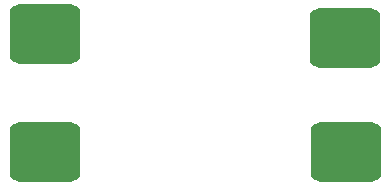
<source format=gbr>
%TF.GenerationSoftware,KiCad,Pcbnew,9.0.7*%
%TF.CreationDate,2026-02-13T16:37:28+01:00*%
%TF.ProjectId,Alpha2_GO_PWM,416c7068-6132-45f4-974f-5f50574d2e6b,rev?*%
%TF.SameCoordinates,Original*%
%TF.FileFunction,Paste,Top*%
%TF.FilePolarity,Positive*%
%FSLAX46Y46*%
G04 Gerber Fmt 4.6, Leading zero omitted, Abs format (unit mm)*
G04 Created by KiCad (PCBNEW 9.0.7) date 2026-02-13 16:37:28*
%MOMM*%
%LPD*%
G01*
G04 APERTURE LIST*
G04 Aperture macros list*
%AMRoundRect*
0 Rectangle with rounded corners*
0 $1 Rounding radius*
0 $2 $3 $4 $5 $6 $7 $8 $9 X,Y pos of 4 corners*
0 Add a 4 corners polygon primitive as box body*
4,1,4,$2,$3,$4,$5,$6,$7,$8,$9,$2,$3,0*
0 Add four circle primitives for the rounded corners*
1,1,$1+$1,$2,$3*
1,1,$1+$1,$4,$5*
1,1,$1+$1,$6,$7*
1,1,$1+$1,$8,$9*
0 Add four rect primitives between the rounded corners*
20,1,$1+$1,$2,$3,$4,$5,0*
20,1,$1+$1,$4,$5,$6,$7,0*
20,1,$1+$1,$6,$7,$8,$9,0*
20,1,$1+$1,$8,$9,$2,$3,0*%
G04 Aperture macros list end*
%ADD10RoundRect,0.750000X-2.250000X-1.750000X2.250000X-1.750000X2.250000X1.750000X-2.250000X1.750000X0*%
G04 APERTURE END LIST*
D10*
%TO.C,V1*%
X97100000Y-111900000D03*
X97100000Y-121900000D03*
X122600000Y-121900000D03*
X122500000Y-112210000D03*
%TD*%
M02*

</source>
